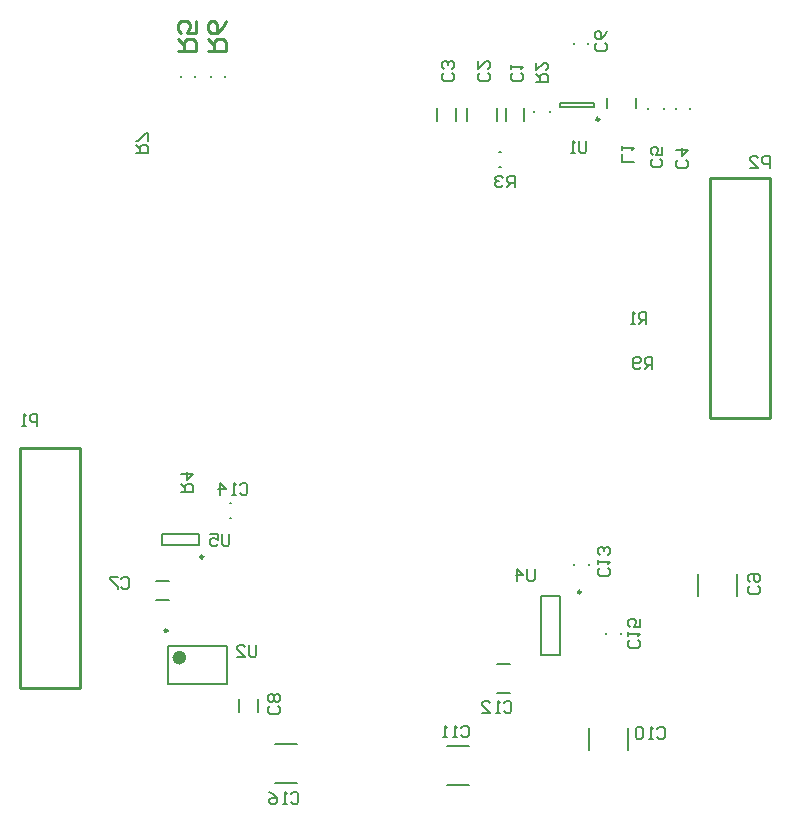
<source format=gbr>
G04 Layer_Color=32896*
%FSLAX26Y26*%
%MOIN*%
%TF.FileFunction,Legend,Bot*%
%TF.Part,Single*%
G01*
G75*
%TA.AperFunction,NonConductor*%
%ADD43C,0.009842*%
%ADD44C,0.023622*%
%ADD45C,0.010000*%
%ADD46C,0.007874*%
D43*
X1818638Y268961D02*
G03*
X1818638Y268961I-4921J0D01*
G01*
X1879551Y1845117D02*
G03*
X1879551Y1845117I-4921J0D01*
G01*
X559827Y386363D02*
G03*
X559827Y386363I-4921J0D01*
G01*
X440614Y140276D02*
G03*
X440614Y140276I-4921J0D01*
G01*
D44*
X491992Y50709D02*
G03*
X491992Y50709I-11811J0D01*
G01*
D45*
X2250000Y850000D02*
Y1650000D01*
Y850000D02*
X2450000D01*
Y1650000D01*
X2250000D02*
X2450000D01*
X-50000Y-50000D02*
Y750000D01*
Y-50000D02*
X150000D01*
Y750000D01*
X-50000D02*
X150000D01*
X477150Y2072063D02*
X537130D01*
Y2102054D01*
X527133Y2112050D01*
X507140D01*
X497143Y2102054D01*
Y2072063D01*
Y2092057D02*
X477150Y2112050D01*
X537130Y2172031D02*
Y2132044D01*
X507140D01*
X517137Y2152037D01*
Y2162034D01*
X507140Y2172031D01*
X487146D01*
X477150Y2162034D01*
Y2142041D01*
X487146Y2132044D01*
X577150Y2072063D02*
X637130D01*
Y2102054D01*
X627133Y2112050D01*
X607140D01*
X597143Y2102054D01*
Y2072063D01*
Y2092057D02*
X577150Y2112050D01*
X637130Y2172031D02*
X627133Y2152037D01*
X607140Y2132044D01*
X587146D01*
X577150Y2142041D01*
Y2162034D01*
X587146Y2172031D01*
X597143D01*
X607140Y2162034D01*
Y2132044D01*
D46*
X1844606Y358032D02*
Y361968D01*
X1795392Y358032D02*
Y361968D01*
X1951662Y129466D02*
Y133402D01*
X1902448Y129466D02*
Y133402D01*
X1537402Y27678D02*
X1580710D01*
X1537402Y-66810D02*
X1580710D01*
X1748756Y60102D02*
Y256954D01*
X1685764Y60102D02*
Y256954D01*
X1748756D01*
X1685764Y60102D02*
X1748756D01*
X1628528Y1839290D02*
Y1882596D01*
X1569472Y1839290D02*
Y1882596D01*
X1538212Y1839290D02*
Y1882598D01*
X1439786Y1839290D02*
Y1882598D01*
X1403149Y1839566D02*
Y1882874D01*
X1340158Y1839566D02*
Y1882874D01*
X2183606Y1878976D02*
Y1882912D01*
X2134394Y1878976D02*
Y1882912D01*
X2095576Y1878976D02*
Y1882912D01*
X2042426Y1878976D02*
Y1882912D01*
X1794158Y2095983D02*
Y2099921D01*
X1843370Y2095983D02*
Y2099921D01*
X1844040Y-257402D02*
Y-182600D01*
X1973962Y-257402D02*
Y-182600D01*
X1371600Y-374960D02*
X1446402D01*
X1371600Y-245040D02*
X1446402D01*
X798110Y-368582D02*
X872914D01*
X798110Y-238660D02*
X872914D01*
X1907087Y1883858D02*
Y1915354D01*
X2001575Y1883858D02*
Y1915354D01*
X1663410Y1868976D02*
Y1872914D01*
X1714590Y1868976D02*
Y1872914D01*
X1547032Y1736534D02*
X1550968D01*
X1547032Y1685352D02*
X1550968D01*
X1747662Y1898266D02*
X1861834D01*
X1747662Y1886456D02*
X1861834D01*
X1747662D02*
Y1898266D01*
X1861834Y1886456D02*
Y1898266D01*
X678504Y-131654D02*
Y-88346D01*
X741496Y-131654D02*
Y-88346D01*
X422032Y464118D02*
X544078D01*
X422032Y424748D02*
X544078D01*
X422032D02*
Y464118D01*
X544078Y424748D02*
Y464118D01*
X403346Y243504D02*
X446654D01*
X403346Y306496D02*
X446654D01*
X637662Y-35905D02*
Y90079D01*
X440811Y-35905D02*
Y90079D01*
Y-35905D02*
X637662D01*
X440811Y90079D02*
X637662D01*
X531732Y1986142D02*
Y1990079D01*
X484488Y1986142D02*
Y1990079D01*
X631732Y1986142D02*
Y1990079D01*
X584488Y1986142D02*
Y1990079D01*
X2210094Y256032D02*
Y330836D01*
X2340016Y256032D02*
Y330836D01*
X648032Y564606D02*
X651969D01*
X648032Y515394D02*
X651969D01*
X647150Y461421D02*
Y428623D01*
X640590Y422063D01*
X627471D01*
X620911Y428623D01*
Y461421D01*
X581554D02*
X607792D01*
Y441742D01*
X594673Y448302D01*
X588114D01*
X581554Y441742D01*
Y428623D01*
X588114Y422063D01*
X601233D01*
X607792Y428623D01*
X487150Y602063D02*
X526507D01*
Y621742D01*
X519947Y628302D01*
X506828D01*
X500269Y621742D01*
Y602063D01*
Y615183D02*
X487150Y628302D01*
Y661100D02*
X526507D01*
X506828Y641421D01*
Y667659D01*
X737150Y91421D02*
Y58623D01*
X730590Y52063D01*
X717471D01*
X710911Y58623D01*
Y91421D01*
X671554Y52063D02*
X697792D01*
X671554Y78302D01*
Y84861D01*
X678114Y91421D01*
X691233D01*
X697792Y84861D01*
X1837150Y1771421D02*
Y1738623D01*
X1830590Y1732063D01*
X1817471D01*
X1810911Y1738623D01*
Y1771421D01*
X1797792Y1732063D02*
X1784673D01*
X1791233D01*
Y1771421D01*
X1797792Y1764861D01*
X337150Y1732063D02*
X376507D01*
Y1751742D01*
X369947Y1758302D01*
X356828D01*
X350269Y1751742D01*
Y1732063D01*
Y1745182D02*
X337150Y1758302D01*
X376507Y1771421D02*
Y1797659D01*
X369947D01*
X343709Y1771421D01*
X337150D01*
X1599016Y1618110D02*
Y1657468D01*
X1579337D01*
X1572777Y1650908D01*
Y1637789D01*
X1579337Y1631229D01*
X1599016D01*
X1585897D02*
X1572777Y1618110D01*
X1559658Y1650908D02*
X1553099Y1657468D01*
X1539980D01*
X1533420Y1650908D01*
Y1644348D01*
X1539980Y1637789D01*
X1546539D01*
X1539980D01*
X1533420Y1631229D01*
Y1624670D01*
X1539980Y1618110D01*
X1553099D01*
X1559658Y1624670D01*
X1670299Y1968385D02*
X1709657D01*
Y1988064D01*
X1703097Y1994623D01*
X1689978D01*
X1683418Y1988064D01*
Y1968385D01*
Y1981504D02*
X1670299Y1994623D01*
Y2033981D02*
Y2007742D01*
X1696537Y2033981D01*
X1703097D01*
X1709657Y2027421D01*
Y2014302D01*
X1703097Y2007742D01*
X1996507Y1702063D02*
X1957150D01*
Y1728302D01*
Y1741421D02*
Y1754540D01*
Y1747980D01*
X1996507D01*
X1989947Y1741421D01*
X850911Y-405139D02*
X857471Y-398579D01*
X870590D01*
X877150Y-405139D01*
Y-431377D01*
X870590Y-437937D01*
X857471D01*
X850911Y-431377D01*
X837792Y-437937D02*
X824673D01*
X831233D01*
Y-398579D01*
X837792Y-405139D01*
X778756Y-398579D02*
X791875Y-405139D01*
X804994Y-418258D01*
Y-431377D01*
X798435Y-437937D01*
X785316D01*
X778756Y-431377D01*
Y-424817D01*
X785316Y-418258D01*
X804994D01*
X1418250Y-182753D02*
X1424810Y-176194D01*
X1437929D01*
X1444488Y-182753D01*
Y-208992D01*
X1437929Y-215551D01*
X1424810D01*
X1418250Y-208992D01*
X1405131Y-215551D02*
X1392012D01*
X1398571D01*
Y-176194D01*
X1405131Y-182753D01*
X1372333Y-215551D02*
X1359214D01*
X1365773D01*
Y-176194D01*
X1372333Y-182753D01*
X2409947Y288302D02*
X2416507Y281742D01*
Y268623D01*
X2409947Y262063D01*
X2383709D01*
X2377150Y268623D01*
Y281742D01*
X2383709Y288302D01*
Y301421D02*
X2377150Y307980D01*
Y321099D01*
X2383709Y327659D01*
X2409947D01*
X2416507Y321099D01*
Y307980D01*
X2409947Y301421D01*
X2403388D01*
X2396828Y307980D01*
Y327659D01*
X2072762Y-187202D02*
X2079321Y-180643D01*
X2092440D01*
X2099000Y-187202D01*
Y-213440D01*
X2092440Y-220000D01*
X2079321D01*
X2072762Y-213440D01*
X2059643Y-220000D02*
X2046524D01*
X2053083D01*
Y-180643D01*
X2059643Y-187202D01*
X2026845D02*
X2020285Y-180643D01*
X2007166D01*
X2000607Y-187202D01*
Y-213440D01*
X2007166Y-220000D01*
X2020285D01*
X2026845Y-213440D01*
Y-187202D01*
X1899947Y2098302D02*
X1906507Y2091742D01*
Y2078623D01*
X1899947Y2072063D01*
X1873709D01*
X1867150Y2078623D01*
Y2091742D01*
X1873709Y2098302D01*
X1906507Y2137659D02*
X1899947Y2124540D01*
X1886828Y2111421D01*
X1873709D01*
X1867150Y2117980D01*
Y2131099D01*
X1873709Y2137659D01*
X1880269D01*
X1886828Y2131099D01*
Y2111421D01*
X2083585Y1713246D02*
X2090145Y1706687D01*
Y1693568D01*
X2083585Y1687008D01*
X2057347D01*
X2050787Y1693568D01*
Y1706687D01*
X2057347Y1713246D01*
X2090145Y1752603D02*
Y1726365D01*
X2070466D01*
X2077026Y1739484D01*
Y1746044D01*
X2070466Y1752603D01*
X2057347D01*
X2050787Y1746044D01*
Y1732925D01*
X2057347Y1726365D01*
X2168231Y1710293D02*
X2174791Y1703734D01*
Y1690615D01*
X2168231Y1684055D01*
X2141993D01*
X2135433Y1690615D01*
Y1703734D01*
X2141993Y1710293D01*
X2135433Y1743091D02*
X2174791D01*
X2155112Y1723412D01*
Y1749651D01*
X809947Y-111698D02*
X816507Y-118258D01*
Y-131377D01*
X809947Y-137937D01*
X783709D01*
X777150Y-131377D01*
Y-118258D01*
X783709Y-111698D01*
X809947Y-98579D02*
X816507Y-92020D01*
Y-78900D01*
X809947Y-72341D01*
X803388D01*
X796828Y-78900D01*
X790269Y-72341D01*
X783709D01*
X777150Y-78900D01*
Y-92020D01*
X783709Y-98579D01*
X790269D01*
X796828Y-92020D01*
X803388Y-98579D01*
X809947D01*
X796828Y-92020D02*
Y-78900D01*
X1389947Y1998302D02*
X1396507Y1991742D01*
Y1978623D01*
X1389947Y1972063D01*
X1363709D01*
X1357150Y1978623D01*
Y1991742D01*
X1363709Y1998302D01*
X1389947Y2011421D02*
X1396507Y2017980D01*
Y2031100D01*
X1389947Y2037659D01*
X1383388D01*
X1376828Y2031100D01*
Y2024540D01*
Y2031100D01*
X1370269Y2037659D01*
X1363709D01*
X1357150Y2031100D01*
Y2017980D01*
X1363709Y2011421D01*
X1509947Y1998302D02*
X1516507Y1991742D01*
Y1978623D01*
X1509947Y1972063D01*
X1483709D01*
X1477150Y1978623D01*
Y1991742D01*
X1483709Y1998302D01*
X1477150Y2037659D02*
Y2011421D01*
X1503388Y2037659D01*
X1509947D01*
X1516507Y2031100D01*
Y2017980D01*
X1509947Y2011421D01*
X287022Y311231D02*
X293581Y317791D01*
X306700D01*
X313260Y311231D01*
Y284993D01*
X306700Y278433D01*
X293581D01*
X287022Y284993D01*
X273903Y317791D02*
X247664D01*
Y311231D01*
X273903Y284993D01*
Y278433D01*
X1619947Y1998302D02*
X1626507Y1991742D01*
Y1978623D01*
X1619947Y1972063D01*
X1593709D01*
X1587150Y1978623D01*
Y1991742D01*
X1593709Y1998302D01*
X1587150Y2011421D02*
Y2024540D01*
Y2017980D01*
X1626507D01*
X1619947Y2011421D01*
X7150Y822063D02*
Y861421D01*
X-12529D01*
X-19089Y854861D01*
Y841742D01*
X-12529Y835183D01*
X7150D01*
X-32208Y822063D02*
X-45327D01*
X-38767D01*
Y861421D01*
X-32208Y854861D01*
X1666260Y345885D02*
Y313088D01*
X1659700Y306528D01*
X1646581D01*
X1640022Y313088D01*
Y345885D01*
X1607224Y306528D02*
Y345885D01*
X1626903Y326207D01*
X1600664D01*
X1560966Y-100076D02*
X1567526Y-93517D01*
X1580645D01*
X1587205Y-100076D01*
Y-126314D01*
X1580645Y-132874D01*
X1567526D01*
X1560966Y-126314D01*
X1547847Y-132874D02*
X1534728D01*
X1541288D01*
Y-93517D01*
X1547847Y-100076D01*
X1488811Y-132874D02*
X1515050D01*
X1488811Y-106636D01*
Y-100076D01*
X1495371Y-93517D01*
X1508490D01*
X1515050Y-100076D01*
X2009947Y108302D02*
X2016507Y101742D01*
Y88623D01*
X2009947Y82063D01*
X1983709D01*
X1977150Y88623D01*
Y101742D01*
X1983709Y108302D01*
X1977150Y121421D02*
Y134540D01*
Y127980D01*
X2016507D01*
X2009947Y121421D01*
X2016507Y180457D02*
Y154219D01*
X1996828D01*
X2003388Y167338D01*
Y173897D01*
X1996828Y180457D01*
X1983709D01*
X1977150Y173897D01*
Y160778D01*
X1983709Y154219D01*
X1909947Y348302D02*
X1916507Y341742D01*
Y328623D01*
X1909947Y322063D01*
X1883709D01*
X1877150Y328623D01*
Y341742D01*
X1883709Y348302D01*
X1877150Y361421D02*
Y374540D01*
Y367980D01*
X1916507D01*
X1909947Y361421D01*
Y394219D02*
X1916507Y400778D01*
Y413897D01*
X1909947Y420457D01*
X1903388D01*
X1896828Y413897D01*
Y407338D01*
Y413897D01*
X1890269Y420457D01*
X1883709D01*
X1877150Y413897D01*
Y400778D01*
X1883709Y394219D01*
X2447260Y1682528D02*
Y1721885D01*
X2427581D01*
X2421022Y1715326D01*
Y1702207D01*
X2427581Y1695647D01*
X2447260D01*
X2381664Y1682528D02*
X2407903D01*
X2381664Y1708766D01*
Y1715326D01*
X2388224Y1721885D01*
X2401343D01*
X2407903Y1715326D01*
X680911Y624861D02*
X687471Y631421D01*
X700590D01*
X707150Y624861D01*
Y598623D01*
X700590Y592063D01*
X687471D01*
X680911Y598623D01*
X667792Y592063D02*
X654673D01*
X661233D01*
Y631421D01*
X667792Y624861D01*
X615316Y592063D02*
Y631421D01*
X634994Y611742D01*
X608756D01*
X2037150Y1162063D02*
Y1201421D01*
X2017471D01*
X2010911Y1194861D01*
Y1181742D01*
X2017471Y1175182D01*
X2037150D01*
X2024031D02*
X2010911Y1162063D01*
X1997792D02*
X1984673D01*
X1991233D01*
Y1201421D01*
X1997792Y1194861D01*
X2057150Y1012063D02*
Y1051421D01*
X2037471D01*
X2030911Y1044861D01*
Y1031742D01*
X2037471Y1025182D01*
X2057150D01*
X2044031D02*
X2030911Y1012063D01*
X2017792Y1018623D02*
X2011233Y1012063D01*
X1998113D01*
X1991554Y1018623D01*
Y1044861D01*
X1998113Y1051421D01*
X2011233D01*
X2017792Y1044861D01*
Y1038302D01*
X2011233Y1031742D01*
X1991554D01*
%TF.MD5,f61217e68c11805e8303368d79832967*%
M02*

</source>
